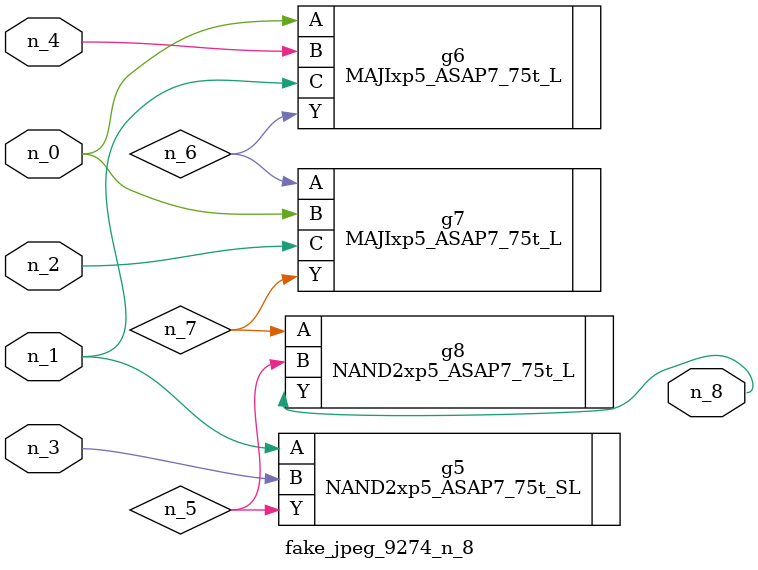
<source format=v>
module fake_jpeg_9274_n_8 (n_3, n_2, n_1, n_0, n_4, n_8);

input n_3;
input n_2;
input n_1;
input n_0;
input n_4;

output n_8;

wire n_6;
wire n_5;
wire n_7;

NAND2xp5_ASAP7_75t_SL g5 ( 
.A(n_1),
.B(n_3),
.Y(n_5)
);

MAJIxp5_ASAP7_75t_L g6 ( 
.A(n_0),
.B(n_4),
.C(n_1),
.Y(n_6)
);

MAJIxp5_ASAP7_75t_L g7 ( 
.A(n_6),
.B(n_0),
.C(n_2),
.Y(n_7)
);

NAND2xp5_ASAP7_75t_L g8 ( 
.A(n_7),
.B(n_5),
.Y(n_8)
);


endmodule
</source>
